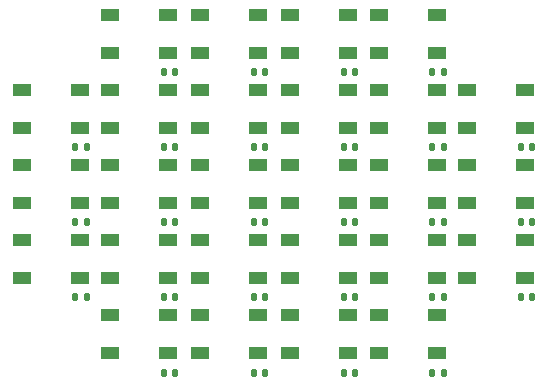
<source format=gtp>
G04 #@! TF.GenerationSoftware,KiCad,Pcbnew,(6.0.0)*
G04 #@! TF.CreationDate,2022-04-16T23:03:05-07:00*
G04 #@! TF.ProjectId,YellCubeLights,59656c6c-4375-4626-954c-69676874732e,rev?*
G04 #@! TF.SameCoordinates,Original*
G04 #@! TF.FileFunction,Paste,Top*
G04 #@! TF.FilePolarity,Positive*
%FSLAX46Y46*%
G04 Gerber Fmt 4.6, Leading zero omitted, Abs format (unit mm)*
G04 Created by KiCad (PCBNEW (6.0.0)) date 2022-04-16 23:03:05*
%MOMM*%
%LPD*%
G01*
G04 APERTURE LIST*
G04 Aperture macros list*
%AMRoundRect*
0 Rectangle with rounded corners*
0 $1 Rounding radius*
0 $2 $3 $4 $5 $6 $7 $8 $9 X,Y pos of 4 corners*
0 Add a 4 corners polygon primitive as box body*
4,1,4,$2,$3,$4,$5,$6,$7,$8,$9,$2,$3,0*
0 Add four circle primitives for the rounded corners*
1,1,$1+$1,$2,$3*
1,1,$1+$1,$4,$5*
1,1,$1+$1,$6,$7*
1,1,$1+$1,$8,$9*
0 Add four rect primitives between the rounded corners*
20,1,$1+$1,$2,$3,$4,$5,0*
20,1,$1+$1,$4,$5,$6,$7,0*
20,1,$1+$1,$6,$7,$8,$9,0*
20,1,$1+$1,$8,$9,$2,$3,0*%
G04 Aperture macros list end*
%ADD10R,1.500000X1.000000*%
%ADD11RoundRect,0.140000X-0.140000X-0.170000X0.140000X-0.170000X0.140000X0.170000X-0.140000X0.170000X0*%
G04 APERTURE END LIST*
D10*
X159602000Y-94412000D03*
X159602000Y-97612000D03*
X164502000Y-97612000D03*
X164502000Y-94412000D03*
X136869000Y-107112000D03*
X136869000Y-110312000D03*
X141769000Y-110312000D03*
X141769000Y-107112000D03*
X144489000Y-107112000D03*
X144489000Y-110312000D03*
X149389000Y-110312000D03*
X149389000Y-107112000D03*
D11*
X171605000Y-105537000D03*
X172565000Y-105537000D03*
D10*
X144489000Y-94412000D03*
X144489000Y-97612000D03*
X149389000Y-97612000D03*
X149389000Y-94412000D03*
D11*
X171605000Y-99187000D03*
X172565000Y-99187000D03*
D10*
X159602000Y-107112000D03*
X159602000Y-110312000D03*
X164502000Y-110312000D03*
X164502000Y-107112000D03*
X159602000Y-81712000D03*
X159602000Y-84912000D03*
X164502000Y-84912000D03*
X164502000Y-81712000D03*
D11*
X148999000Y-92837000D03*
X149959000Y-92837000D03*
X171605000Y-92837000D03*
X172565000Y-92837000D03*
D10*
X136869000Y-81712000D03*
X136869000Y-84912000D03*
X141769000Y-84912000D03*
X141769000Y-81712000D03*
D11*
X148999000Y-112014000D03*
X149959000Y-112014000D03*
X164112000Y-105537000D03*
X165072000Y-105537000D03*
X156619000Y-92837000D03*
X157579000Y-92837000D03*
X148999000Y-86487000D03*
X149959000Y-86487000D03*
D10*
X167095000Y-94412000D03*
X167095000Y-97612000D03*
X171995000Y-97612000D03*
X171995000Y-94412000D03*
X136869000Y-88062000D03*
X136869000Y-91262000D03*
X141769000Y-91262000D03*
X141769000Y-88062000D03*
D11*
X164112000Y-99187000D03*
X165072000Y-99187000D03*
D10*
X136869000Y-94412000D03*
X136869000Y-97612000D03*
X141769000Y-97612000D03*
X141769000Y-94412000D03*
X129376000Y-100762000D03*
X129376000Y-103962000D03*
X134276000Y-103962000D03*
X134276000Y-100762000D03*
X144489000Y-100762000D03*
X144489000Y-103962000D03*
X149389000Y-103962000D03*
X149389000Y-100762000D03*
X144489000Y-88062000D03*
X144489000Y-91262000D03*
X149389000Y-91262000D03*
X149389000Y-88062000D03*
D11*
X156619000Y-99187000D03*
X157579000Y-99187000D03*
X156619000Y-112014000D03*
X157579000Y-112014000D03*
D10*
X152092500Y-88062000D03*
X152092500Y-91262000D03*
X156992500Y-91262000D03*
X156992500Y-88062000D03*
X152109000Y-94412000D03*
X152109000Y-97612000D03*
X157009000Y-97612000D03*
X157009000Y-94412000D03*
D11*
X133886000Y-105537000D03*
X134846000Y-105537000D03*
D10*
X136869000Y-100762000D03*
X136869000Y-103962000D03*
X141769000Y-103962000D03*
X141769000Y-100762000D03*
D11*
X141379000Y-86487000D03*
X142339000Y-86487000D03*
D10*
X152109000Y-81712000D03*
X152109000Y-84912000D03*
X157009000Y-84912000D03*
X157009000Y-81712000D03*
D11*
X133886000Y-92837000D03*
X134846000Y-92837000D03*
X164112000Y-112014000D03*
X165072000Y-112014000D03*
D10*
X159585500Y-88062000D03*
X159585500Y-91262000D03*
X164485500Y-91262000D03*
X164485500Y-88062000D03*
D11*
X156619000Y-105537000D03*
X157579000Y-105537000D03*
D10*
X152109000Y-107112000D03*
X152109000Y-110312000D03*
X157009000Y-110312000D03*
X157009000Y-107112000D03*
D11*
X148999000Y-99187000D03*
X149959000Y-99187000D03*
D10*
X152109000Y-100762000D03*
X152109000Y-103962000D03*
X157009000Y-103962000D03*
X157009000Y-100762000D03*
D11*
X164112000Y-92837000D03*
X165072000Y-92837000D03*
X164112000Y-86487000D03*
X165072000Y-86487000D03*
X133886000Y-99187000D03*
X134846000Y-99187000D03*
D10*
X144472500Y-81712000D03*
X144472500Y-84912000D03*
X149372500Y-84912000D03*
X149372500Y-81712000D03*
X129376000Y-94412000D03*
X129376000Y-97612000D03*
X134276000Y-97612000D03*
X134276000Y-94412000D03*
D11*
X141379000Y-105537000D03*
X142339000Y-105537000D03*
D10*
X129376000Y-88062000D03*
X129376000Y-91262000D03*
X134276000Y-91262000D03*
X134276000Y-88062000D03*
D11*
X141379000Y-92837000D03*
X142339000Y-92837000D03*
X148999000Y-105537000D03*
X149959000Y-105537000D03*
D10*
X167095000Y-88062000D03*
X167095000Y-91262000D03*
X171995000Y-91262000D03*
X171995000Y-88062000D03*
D11*
X156619000Y-86487000D03*
X157579000Y-86487000D03*
X141379000Y-112014000D03*
X142339000Y-112014000D03*
D10*
X159585500Y-100762000D03*
X159585500Y-103962000D03*
X164485500Y-103962000D03*
X164485500Y-100762000D03*
D11*
X141379000Y-99187000D03*
X142339000Y-99187000D03*
D10*
X167095000Y-100762000D03*
X167095000Y-103962000D03*
X171995000Y-103962000D03*
X171995000Y-100762000D03*
M02*

</source>
